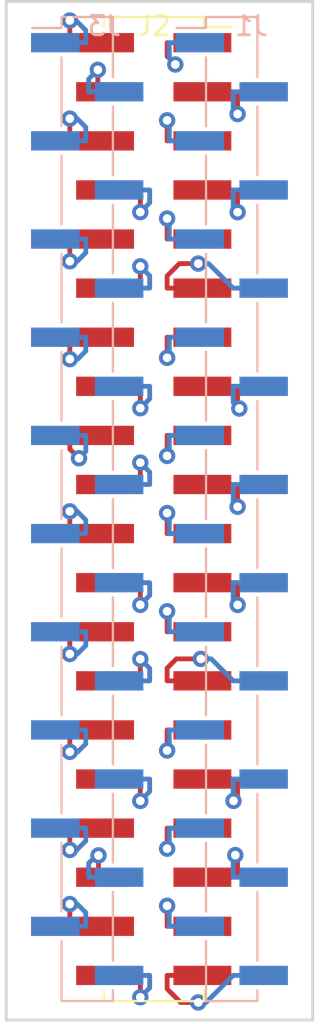
<source format=kicad_pcb>
(kicad_pcb (version 4) (host pcbnew 4.0.7-e2-6376~58~ubuntu16.04.1)

  (general
    (links 40)
    (no_connects 0)
    (area 150.732618 78.664999 168.037382 131.8854)
    (thickness 1.6)
    (drawings 4)
    (tracks 262)
    (zones 0)
    (modules 3)
    (nets 41)
  )

  (page A4)
  (layers
    (0 F.Cu signal)
    (31 B.Cu signal)
    (32 B.Adhes user)
    (33 F.Adhes user)
    (34 B.Paste user)
    (35 F.Paste user)
    (36 B.SilkS user)
    (37 F.SilkS user)
    (38 B.Mask user)
    (39 F.Mask user)
    (40 Dwgs.User user)
    (41 Cmts.User user)
    (42 Eco1.User user)
    (43 Eco2.User user)
    (44 Edge.Cuts user)
    (45 Margin user)
    (46 B.CrtYd user)
    (47 F.CrtYd user)
    (48 B.Fab user)
    (49 F.Fab user)
  )

  (setup
    (last_trace_width 0.25)
    (trace_clearance 0.2)
    (zone_clearance 0.508)
    (zone_45_only no)
    (trace_min 0.2)
    (segment_width 0.2)
    (edge_width 0.15)
    (via_size 0.85)
    (via_drill 0.45)
    (via_min_size 0.4)
    (via_min_drill 0.3)
    (uvia_size 0.3)
    (uvia_drill 0.1)
    (uvias_allowed no)
    (uvia_min_size 0.2)
    (uvia_min_drill 0.1)
    (pcb_text_width 0.3)
    (pcb_text_size 1.5 1.5)
    (mod_edge_width 0.15)
    (mod_text_size 1 1)
    (mod_text_width 0.15)
    (pad_size 1.524 1.524)
    (pad_drill 0.762)
    (pad_to_mask_clearance 0.2)
    (aux_axis_origin 0 0)
    (visible_elements FFFFFF7F)
    (pcbplotparams
      (layerselection 0x010f0_80000001)
      (usegerberextensions true)
      (excludeedgelayer true)
      (linewidth 0.100000)
      (plotframeref false)
      (viasonmask false)
      (mode 1)
      (useauxorigin false)
      (hpglpennumber 1)
      (hpglpenspeed 20)
      (hpglpendiameter 15)
      (hpglpenoverlay 2)
      (psnegative false)
      (psa4output false)
      (plotreference true)
      (plotvalue true)
      (plotinvisibletext false)
      (padsonsilk false)
      (subtractmaskfromsilk false)
      (outputformat 1)
      (mirror false)
      (drillshape 0)
      (scaleselection 1)
      (outputdirectory r_02x20_2.54_gerber/))
  )

  (net 0 "")
  (net 1 "Net-(J1-Pad2)")
  (net 2 "Net-(J1-Pad4)")
  (net 3 "Net-(J1-Pad6)")
  (net 4 "Net-(J1-Pad8)")
  (net 5 "Net-(J1-Pad10)")
  (net 6 "Net-(J1-Pad12)")
  (net 7 "Net-(J1-Pad14)")
  (net 8 "Net-(J1-Pad16)")
  (net 9 "Net-(J1-Pad18)")
  (net 10 "Net-(J1-Pad20)")
  (net 11 "Net-(J1-Pad1)")
  (net 12 "Net-(J1-Pad3)")
  (net 13 "Net-(J1-Pad5)")
  (net 14 "Net-(J1-Pad7)")
  (net 15 "Net-(J1-Pad9)")
  (net 16 "Net-(J1-Pad11)")
  (net 17 "Net-(J1-Pad13)")
  (net 18 "Net-(J1-Pad15)")
  (net 19 "Net-(J1-Pad17)")
  (net 20 "Net-(J1-Pad19)")
  (net 21 "Net-(J2-Pad2)")
  (net 22 "Net-(J2-Pad4)")
  (net 23 "Net-(J2-Pad6)")
  (net 24 "Net-(J2-Pad8)")
  (net 25 "Net-(J2-Pad10)")
  (net 26 "Net-(J2-Pad12)")
  (net 27 "Net-(J2-Pad14)")
  (net 28 "Net-(J2-Pad16)")
  (net 29 "Net-(J2-Pad18)")
  (net 30 "Net-(J2-Pad20)")
  (net 31 "Net-(J2-Pad22)")
  (net 32 "Net-(J2-Pad24)")
  (net 33 "Net-(J2-Pad26)")
  (net 34 "Net-(J2-Pad28)")
  (net 35 "Net-(J2-Pad30)")
  (net 36 "Net-(J2-Pad32)")
  (net 37 "Net-(J2-Pad34)")
  (net 38 "Net-(J2-Pad36)")
  (net 39 "Net-(J2-Pad38)")
  (net 40 "Net-(J2-Pad40)")

  (net_class Default "This is the default net class."
    (clearance 0.2)
    (trace_width 0.25)
    (via_dia 0.85)
    (via_drill 0.45)
    (uvia_dia 0.3)
    (uvia_drill 0.1)
    (add_net "Net-(J1-Pad1)")
    (add_net "Net-(J1-Pad10)")
    (add_net "Net-(J1-Pad11)")
    (add_net "Net-(J1-Pad12)")
    (add_net "Net-(J1-Pad13)")
    (add_net "Net-(J1-Pad14)")
    (add_net "Net-(J1-Pad15)")
    (add_net "Net-(J1-Pad16)")
    (add_net "Net-(J1-Pad17)")
    (add_net "Net-(J1-Pad18)")
    (add_net "Net-(J1-Pad19)")
    (add_net "Net-(J1-Pad2)")
    (add_net "Net-(J1-Pad20)")
    (add_net "Net-(J1-Pad3)")
    (add_net "Net-(J1-Pad4)")
    (add_net "Net-(J1-Pad5)")
    (add_net "Net-(J1-Pad6)")
    (add_net "Net-(J1-Pad7)")
    (add_net "Net-(J1-Pad8)")
    (add_net "Net-(J1-Pad9)")
    (add_net "Net-(J2-Pad10)")
    (add_net "Net-(J2-Pad12)")
    (add_net "Net-(J2-Pad14)")
    (add_net "Net-(J2-Pad16)")
    (add_net "Net-(J2-Pad18)")
    (add_net "Net-(J2-Pad2)")
    (add_net "Net-(J2-Pad20)")
    (add_net "Net-(J2-Pad22)")
    (add_net "Net-(J2-Pad24)")
    (add_net "Net-(J2-Pad26)")
    (add_net "Net-(J2-Pad28)")
    (add_net "Net-(J2-Pad30)")
    (add_net "Net-(J2-Pad32)")
    (add_net "Net-(J2-Pad34)")
    (add_net "Net-(J2-Pad36)")
    (add_net "Net-(J2-Pad38)")
    (add_net "Net-(J2-Pad4)")
    (add_net "Net-(J2-Pad40)")
    (add_net "Net-(J2-Pad6)")
    (add_net "Net-(J2-Pad8)")
  )

  (module Pin_Headers:Pin_Header_Straight_1x20_Pitch2.54mm_SMD_Pin1Right (layer B.Cu) (tedit 59650532) (tstamp 5A4D5D4A)
    (at 162.81 105.004 180)
    (descr "surface-mounted straight pin header, 1x20, 2.54mm pitch, single row, style 2 (pin 1 right)")
    (tags "Surface mounted pin header SMD 1x20 2.54mm single row style2 pin1 right")
    (path /5A4D061C)
    (attr smd)
    (fp_text reference J1 (at -1.02 24.9936 180) (layer B.SilkS)
      (effects (font (size 1 1) (thickness 0.15)) (justify mirror))
    )
    (fp_text value Conn_01x20_Odd (at -3.56 0.2286 270) (layer B.Fab)
      (effects (font (size 1 1) (thickness 0.15)) (justify mirror))
    )
    (fp_line (start 1.27 -25.4) (end -1.27 -25.4) (layer B.Fab) (width 0.1))
    (fp_line (start -1.27 25.4) (end 0.32 25.4) (layer B.Fab) (width 0.1))
    (fp_line (start 1.27 -25.4) (end 1.27 24.45) (layer B.Fab) (width 0.1))
    (fp_line (start 1.27 24.45) (end 0.32 25.4) (layer B.Fab) (width 0.1))
    (fp_line (start -1.27 25.4) (end -1.27 -25.4) (layer B.Fab) (width 0.1))
    (fp_line (start -1.27 21.91) (end -2.54 21.91) (layer B.Fab) (width 0.1))
    (fp_line (start -2.54 21.91) (end -2.54 21.27) (layer B.Fab) (width 0.1))
    (fp_line (start -2.54 21.27) (end -1.27 21.27) (layer B.Fab) (width 0.1))
    (fp_line (start -1.27 16.83) (end -2.54 16.83) (layer B.Fab) (width 0.1))
    (fp_line (start -2.54 16.83) (end -2.54 16.19) (layer B.Fab) (width 0.1))
    (fp_line (start -2.54 16.19) (end -1.27 16.19) (layer B.Fab) (width 0.1))
    (fp_line (start -1.27 11.75) (end -2.54 11.75) (layer B.Fab) (width 0.1))
    (fp_line (start -2.54 11.75) (end -2.54 11.11) (layer B.Fab) (width 0.1))
    (fp_line (start -2.54 11.11) (end -1.27 11.11) (layer B.Fab) (width 0.1))
    (fp_line (start -1.27 6.67) (end -2.54 6.67) (layer B.Fab) (width 0.1))
    (fp_line (start -2.54 6.67) (end -2.54 6.03) (layer B.Fab) (width 0.1))
    (fp_line (start -2.54 6.03) (end -1.27 6.03) (layer B.Fab) (width 0.1))
    (fp_line (start -1.27 1.59) (end -2.54 1.59) (layer B.Fab) (width 0.1))
    (fp_line (start -2.54 1.59) (end -2.54 0.95) (layer B.Fab) (width 0.1))
    (fp_line (start -2.54 0.95) (end -1.27 0.95) (layer B.Fab) (width 0.1))
    (fp_line (start -1.27 -3.49) (end -2.54 -3.49) (layer B.Fab) (width 0.1))
    (fp_line (start -2.54 -3.49) (end -2.54 -4.13) (layer B.Fab) (width 0.1))
    (fp_line (start -2.54 -4.13) (end -1.27 -4.13) (layer B.Fab) (width 0.1))
    (fp_line (start -1.27 -8.57) (end -2.54 -8.57) (layer B.Fab) (width 0.1))
    (fp_line (start -2.54 -8.57) (end -2.54 -9.21) (layer B.Fab) (width 0.1))
    (fp_line (start -2.54 -9.21) (end -1.27 -9.21) (layer B.Fab) (width 0.1))
    (fp_line (start -1.27 -13.65) (end -2.54 -13.65) (layer B.Fab) (width 0.1))
    (fp_line (start -2.54 -13.65) (end -2.54 -14.29) (layer B.Fab) (width 0.1))
    (fp_line (start -2.54 -14.29) (end -1.27 -14.29) (layer B.Fab) (width 0.1))
    (fp_line (start -1.27 -18.73) (end -2.54 -18.73) (layer B.Fab) (width 0.1))
    (fp_line (start -2.54 -18.73) (end -2.54 -19.37) (layer B.Fab) (width 0.1))
    (fp_line (start -2.54 -19.37) (end -1.27 -19.37) (layer B.Fab) (width 0.1))
    (fp_line (start -1.27 -23.81) (end -2.54 -23.81) (layer B.Fab) (width 0.1))
    (fp_line (start -2.54 -23.81) (end -2.54 -24.45) (layer B.Fab) (width 0.1))
    (fp_line (start -2.54 -24.45) (end -1.27 -24.45) (layer B.Fab) (width 0.1))
    (fp_line (start 1.27 24.45) (end 2.54 24.45) (layer B.Fab) (width 0.1))
    (fp_line (start 2.54 24.45) (end 2.54 23.81) (layer B.Fab) (width 0.1))
    (fp_line (start 2.54 23.81) (end 1.27 23.81) (layer B.Fab) (width 0.1))
    (fp_line (start 1.27 19.37) (end 2.54 19.37) (layer B.Fab) (width 0.1))
    (fp_line (start 2.54 19.37) (end 2.54 18.73) (layer B.Fab) (width 0.1))
    (fp_line (start 2.54 18.73) (end 1.27 18.73) (layer B.Fab) (width 0.1))
    (fp_line (start 1.27 14.29) (end 2.54 14.29) (layer B.Fab) (width 0.1))
    (fp_line (start 2.54 14.29) (end 2.54 13.65) (layer B.Fab) (width 0.1))
    (fp_line (start 2.54 13.65) (end 1.27 13.65) (layer B.Fab) (width 0.1))
    (fp_line (start 1.27 9.21) (end 2.54 9.21) (layer B.Fab) (width 0.1))
    (fp_line (start 2.54 9.21) (end 2.54 8.57) (layer B.Fab) (width 0.1))
    (fp_line (start 2.54 8.57) (end 1.27 8.57) (layer B.Fab) (width 0.1))
    (fp_line (start 1.27 4.13) (end 2.54 4.13) (layer B.Fab) (width 0.1))
    (fp_line (start 2.54 4.13) (end 2.54 3.49) (layer B.Fab) (width 0.1))
    (fp_line (start 2.54 3.49) (end 1.27 3.49) (layer B.Fab) (width 0.1))
    (fp_line (start 1.27 -0.95) (end 2.54 -0.95) (layer B.Fab) (width 0.1))
    (fp_line (start 2.54 -0.95) (end 2.54 -1.59) (layer B.Fab) (width 0.1))
    (fp_line (start 2.54 -1.59) (end 1.27 -1.59) (layer B.Fab) (width 0.1))
    (fp_line (start 1.27 -6.03) (end 2.54 -6.03) (layer B.Fab) (width 0.1))
    (fp_line (start 2.54 -6.03) (end 2.54 -6.67) (layer B.Fab) (width 0.1))
    (fp_line (start 2.54 -6.67) (end 1.27 -6.67) (layer B.Fab) (width 0.1))
    (fp_line (start 1.27 -11.11) (end 2.54 -11.11) (layer B.Fab) (width 0.1))
    (fp_line (start 2.54 -11.11) (end 2.54 -11.75) (layer B.Fab) (width 0.1))
    (fp_line (start 2.54 -11.75) (end 1.27 -11.75) (layer B.Fab) (width 0.1))
    (fp_line (start 1.27 -16.19) (end 2.54 -16.19) (layer B.Fab) (width 0.1))
    (fp_line (start 2.54 -16.19) (end 2.54 -16.83) (layer B.Fab) (width 0.1))
    (fp_line (start 2.54 -16.83) (end 1.27 -16.83) (layer B.Fab) (width 0.1))
    (fp_line (start 1.27 -21.27) (end 2.54 -21.27) (layer B.Fab) (width 0.1))
    (fp_line (start 2.54 -21.27) (end 2.54 -21.91) (layer B.Fab) (width 0.1))
    (fp_line (start 2.54 -21.91) (end 1.27 -21.91) (layer B.Fab) (width 0.1))
    (fp_line (start -1.33 25.46) (end 1.33 25.46) (layer B.SilkS) (width 0.12))
    (fp_line (start -1.33 -25.46) (end 1.33 -25.46) (layer B.SilkS) (width 0.12))
    (fp_line (start 1.33 23.37) (end 1.33 19.81) (layer B.SilkS) (width 0.12))
    (fp_line (start 1.33 18.29) (end 1.33 14.73) (layer B.SilkS) (width 0.12))
    (fp_line (start 1.33 13.21) (end 1.33 9.65) (layer B.SilkS) (width 0.12))
    (fp_line (start 1.33 8.13) (end 1.33 4.57) (layer B.SilkS) (width 0.12))
    (fp_line (start 1.33 3.05) (end 1.33 -0.51) (layer B.SilkS) (width 0.12))
    (fp_line (start 1.33 -2.03) (end 1.33 -5.59) (layer B.SilkS) (width 0.12))
    (fp_line (start 1.33 -7.11) (end 1.33 -10.67) (layer B.SilkS) (width 0.12))
    (fp_line (start 1.33 -12.19) (end 1.33 -15.75) (layer B.SilkS) (width 0.12))
    (fp_line (start 1.33 -17.27) (end 1.33 -20.83) (layer B.SilkS) (width 0.12))
    (fp_line (start 1.33 -22.35) (end 1.33 -25.46) (layer B.SilkS) (width 0.12))
    (fp_line (start -1.33 25.46) (end -1.33 22.35) (layer B.SilkS) (width 0.12))
    (fp_line (start 1.33 24.89) (end 2.85 24.89) (layer B.SilkS) (width 0.12))
    (fp_line (start 1.33 25.46) (end 1.33 24.89) (layer B.SilkS) (width 0.12))
    (fp_line (start -1.33 -24.89) (end -1.33 -25.46) (layer B.SilkS) (width 0.12))
    (fp_line (start -1.33 20.83) (end -1.33 17.27) (layer B.SilkS) (width 0.12))
    (fp_line (start -1.33 15.75) (end -1.33 12.19) (layer B.SilkS) (width 0.12))
    (fp_line (start -1.33 10.67) (end -1.33 7.11) (layer B.SilkS) (width 0.12))
    (fp_line (start -1.33 5.59) (end -1.33 2.03) (layer B.SilkS) (width 0.12))
    (fp_line (start -1.33 0.51) (end -1.33 -3.05) (layer B.SilkS) (width 0.12))
    (fp_line (start -1.33 -4.57) (end -1.33 -8.13) (layer B.SilkS) (width 0.12))
    (fp_line (start -1.33 -9.65) (end -1.33 -13.21) (layer B.SilkS) (width 0.12))
    (fp_line (start -1.33 -14.73) (end -1.33 -18.29) (layer B.SilkS) (width 0.12))
    (fp_line (start -1.33 -19.81) (end -1.33 -23.37) (layer B.SilkS) (width 0.12))
    (fp_line (start -3.45 25.9) (end -3.45 -25.9) (layer B.CrtYd) (width 0.05))
    (fp_line (start -3.45 -25.9) (end 3.45 -25.9) (layer B.CrtYd) (width 0.05))
    (fp_line (start 3.45 -25.9) (end 3.45 25.9) (layer B.CrtYd) (width 0.05))
    (fp_line (start 3.45 25.9) (end -3.45 25.9) (layer B.CrtYd) (width 0.05))
    (fp_text user %R (at 0 0 450) (layer B.Fab)
      (effects (font (size 1 1) (thickness 0.15)) (justify mirror))
    )
    (pad 2 smd rect (at -1.655 21.59 180) (size 2.51 1) (layers B.Cu B.Paste B.Mask)
      (net 1 "Net-(J1-Pad2)"))
    (pad 4 smd rect (at -1.655 16.51 180) (size 2.51 1) (layers B.Cu B.Paste B.Mask)
      (net 2 "Net-(J1-Pad4)"))
    (pad 6 smd rect (at -1.655 11.43 180) (size 2.51 1) (layers B.Cu B.Paste B.Mask)
      (net 3 "Net-(J1-Pad6)"))
    (pad 8 smd rect (at -1.655 6.35 180) (size 2.51 1) (layers B.Cu B.Paste B.Mask)
      (net 4 "Net-(J1-Pad8)"))
    (pad 10 smd rect (at -1.655 1.27 180) (size 2.51 1) (layers B.Cu B.Paste B.Mask)
      (net 5 "Net-(J1-Pad10)"))
    (pad 12 smd rect (at -1.655 -3.81 180) (size 2.51 1) (layers B.Cu B.Paste B.Mask)
      (net 6 "Net-(J1-Pad12)"))
    (pad 14 smd rect (at -1.655 -8.89 180) (size 2.51 1) (layers B.Cu B.Paste B.Mask)
      (net 7 "Net-(J1-Pad14)"))
    (pad 16 smd rect (at -1.655 -13.97 180) (size 2.51 1) (layers B.Cu B.Paste B.Mask)
      (net 8 "Net-(J1-Pad16)"))
    (pad 18 smd rect (at -1.655 -19.05 180) (size 2.51 1) (layers B.Cu B.Paste B.Mask)
      (net 9 "Net-(J1-Pad18)"))
    (pad 20 smd rect (at -1.655 -24.13 180) (size 2.51 1) (layers B.Cu B.Paste B.Mask)
      (net 10 "Net-(J1-Pad20)"))
    (pad 1 smd rect (at 1.655 24.13 180) (size 2.51 1) (layers B.Cu B.Paste B.Mask)
      (net 11 "Net-(J1-Pad1)"))
    (pad 3 smd rect (at 1.655 19.05 180) (size 2.51 1) (layers B.Cu B.Paste B.Mask)
      (net 12 "Net-(J1-Pad3)"))
    (pad 5 smd rect (at 1.655 13.97 180) (size 2.51 1) (layers B.Cu B.Paste B.Mask)
      (net 13 "Net-(J1-Pad5)"))
    (pad 7 smd rect (at 1.655 8.89 180) (size 2.51 1) (layers B.Cu B.Paste B.Mask)
      (net 14 "Net-(J1-Pad7)"))
    (pad 9 smd rect (at 1.655 3.81 180) (size 2.51 1) (layers B.Cu B.Paste B.Mask)
      (net 15 "Net-(J1-Pad9)"))
    (pad 11 smd rect (at 1.655 -1.27 180) (size 2.51 1) (layers B.Cu B.Paste B.Mask)
      (net 16 "Net-(J1-Pad11)"))
    (pad 13 smd rect (at 1.655 -6.35 180) (size 2.51 1) (layers B.Cu B.Paste B.Mask)
      (net 17 "Net-(J1-Pad13)"))
    (pad 15 smd rect (at 1.655 -11.43 180) (size 2.51 1) (layers B.Cu B.Paste B.Mask)
      (net 18 "Net-(J1-Pad15)"))
    (pad 17 smd rect (at 1.655 -16.51 180) (size 2.51 1) (layers B.Cu B.Paste B.Mask)
      (net 19 "Net-(J1-Pad17)"))
    (pad 19 smd rect (at 1.655 -21.59 180) (size 2.51 1) (layers B.Cu B.Paste B.Mask)
      (net 20 "Net-(J1-Pad19)"))
    (model ${KISYS3DMOD}/Pin_Headers.3dshapes/Pin_Header_Straight_1x20_Pitch2.54mm_SMD_Pin1Right.wrl
      (at (xyz 0 0 0))
      (scale (xyz 1 1 1))
      (rotate (xyz 0 0 0))
    )
  )

  (module Socket_Strips:Socket_Strip_Straight_2x20_Pitch2.54mm_SMD (layer F.Cu) (tedit 5A4D5E41) (tstamp 5A4D5D76)
    (at 158.77 105.004)
    (descr "surface-mounted straight socket strip, 2x20, 2.54mm pitch, double rows")
    (tags "Surface mounted socket strip SMD 2x20 2.54mm double row")
    (path /5A4D054F)
    (attr smd)
    (fp_text reference J2 (at 0 -24.9936) (layer F.SilkS)
      (effects (font (size 1 1) (thickness 0.15)))
    )
    (fp_text value Conn_02x20_Odd_Even (at 0.615 25.8064) (layer F.Fab)
      (effects (font (size 1 1) (thickness 0.15)))
    )
    (fp_line (start -2.54 -25.4) (end -2.54 25.4) (layer F.Fab) (width 0.1))
    (fp_line (start -2.54 25.4) (end 2.54 25.4) (layer F.Fab) (width 0.1))
    (fp_line (start 2.54 25.4) (end 2.54 -25.4) (layer F.Fab) (width 0.1))
    (fp_line (start 2.54 -25.4) (end -2.54 -25.4) (layer F.Fab) (width 0.1))
    (fp_line (start -2.54 -24.45) (end -2.54 -23.81) (layer F.Fab) (width 0.1))
    (fp_line (start -2.54 -23.81) (end -3.92 -23.81) (layer F.Fab) (width 0.1))
    (fp_line (start -3.92 -23.81) (end -3.92 -24.45) (layer F.Fab) (width 0.1))
    (fp_line (start -3.92 -24.45) (end -2.54 -24.45) (layer F.Fab) (width 0.1))
    (fp_line (start 2.54 -24.45) (end 2.54 -23.81) (layer F.Fab) (width 0.1))
    (fp_line (start 2.54 -23.81) (end 3.92 -23.81) (layer F.Fab) (width 0.1))
    (fp_line (start 3.92 -23.81) (end 3.92 -24.45) (layer F.Fab) (width 0.1))
    (fp_line (start 3.92 -24.45) (end 2.54 -24.45) (layer F.Fab) (width 0.1))
    (fp_line (start -2.54 -21.91) (end -2.54 -21.27) (layer F.Fab) (width 0.1))
    (fp_line (start -2.54 -21.27) (end -3.92 -21.27) (layer F.Fab) (width 0.1))
    (fp_line (start -3.92 -21.27) (end -3.92 -21.91) (layer F.Fab) (width 0.1))
    (fp_line (start -3.92 -21.91) (end -2.54 -21.91) (layer F.Fab) (width 0.1))
    (fp_line (start 2.54 -21.91) (end 2.54 -21.27) (layer F.Fab) (width 0.1))
    (fp_line (start 2.54 -21.27) (end 3.92 -21.27) (layer F.Fab) (width 0.1))
    (fp_line (start 3.92 -21.27) (end 3.92 -21.91) (layer F.Fab) (width 0.1))
    (fp_line (start 3.92 -21.91) (end 2.54 -21.91) (layer F.Fab) (width 0.1))
    (fp_line (start -2.54 -19.37) (end -2.54 -18.73) (layer F.Fab) (width 0.1))
    (fp_line (start -2.54 -18.73) (end -3.92 -18.73) (layer F.Fab) (width 0.1))
    (fp_line (start -3.92 -18.73) (end -3.92 -19.37) (layer F.Fab) (width 0.1))
    (fp_line (start -3.92 -19.37) (end -2.54 -19.37) (layer F.Fab) (width 0.1))
    (fp_line (start 2.54 -19.37) (end 2.54 -18.73) (layer F.Fab) (width 0.1))
    (fp_line (start 2.54 -18.73) (end 3.92 -18.73) (layer F.Fab) (width 0.1))
    (fp_line (start 3.92 -18.73) (end 3.92 -19.37) (layer F.Fab) (width 0.1))
    (fp_line (start 3.92 -19.37) (end 2.54 -19.37) (layer F.Fab) (width 0.1))
    (fp_line (start -2.54 -16.83) (end -2.54 -16.19) (layer F.Fab) (width 0.1))
    (fp_line (start -2.54 -16.19) (end -3.92 -16.19) (layer F.Fab) (width 0.1))
    (fp_line (start -3.92 -16.19) (end -3.92 -16.83) (layer F.Fab) (width 0.1))
    (fp_line (start -3.92 -16.83) (end -2.54 -16.83) (layer F.Fab) (width 0.1))
    (fp_line (start 2.54 -16.83) (end 2.54 -16.19) (layer F.Fab) (width 0.1))
    (fp_line (start 2.54 -16.19) (end 3.92 -16.19) (layer F.Fab) (width 0.1))
    (fp_line (start 3.92 -16.19) (end 3.92 -16.83) (layer F.Fab) (width 0.1))
    (fp_line (start 3.92 -16.83) (end 2.54 -16.83) (layer F.Fab) (width 0.1))
    (fp_line (start -2.54 -14.29) (end -2.54 -13.65) (layer F.Fab) (width 0.1))
    (fp_line (start -2.54 -13.65) (end -3.92 -13.65) (layer F.Fab) (width 0.1))
    (fp_line (start -3.92 -13.65) (end -3.92 -14.29) (layer F.Fab) (width 0.1))
    (fp_line (start -3.92 -14.29) (end -2.54 -14.29) (layer F.Fab) (width 0.1))
    (fp_line (start 2.54 -14.29) (end 2.54 -13.65) (layer F.Fab) (width 0.1))
    (fp_line (start 2.54 -13.65) (end 3.92 -13.65) (layer F.Fab) (width 0.1))
    (fp_line (start 3.92 -13.65) (end 3.92 -14.29) (layer F.Fab) (width 0.1))
    (fp_line (start 3.92 -14.29) (end 2.54 -14.29) (layer F.Fab) (width 0.1))
    (fp_line (start -2.54 -11.75) (end -2.54 -11.11) (layer F.Fab) (width 0.1))
    (fp_line (start -2.54 -11.11) (end -3.92 -11.11) (layer F.Fab) (width 0.1))
    (fp_line (start -3.92 -11.11) (end -3.92 -11.75) (layer F.Fab) (width 0.1))
    (fp_line (start -3.92 -11.75) (end -2.54 -11.75) (layer F.Fab) (width 0.1))
    (fp_line (start 2.54 -11.75) (end 2.54 -11.11) (layer F.Fab) (width 0.1))
    (fp_line (start 2.54 -11.11) (end 3.92 -11.11) (layer F.Fab) (width 0.1))
    (fp_line (start 3.92 -11.11) (end 3.92 -11.75) (layer F.Fab) (width 0.1))
    (fp_line (start 3.92 -11.75) (end 2.54 -11.75) (layer F.Fab) (width 0.1))
    (fp_line (start -2.54 -9.21) (end -2.54 -8.57) (layer F.Fab) (width 0.1))
    (fp_line (start -2.54 -8.57) (end -3.92 -8.57) (layer F.Fab) (width 0.1))
    (fp_line (start -3.92 -8.57) (end -3.92 -9.21) (layer F.Fab) (width 0.1))
    (fp_line (start -3.92 -9.21) (end -2.54 -9.21) (layer F.Fab) (width 0.1))
    (fp_line (start 2.54 -9.21) (end 2.54 -8.57) (layer F.Fab) (width 0.1))
    (fp_line (start 2.54 -8.57) (end 3.92 -8.57) (layer F.Fab) (width 0.1))
    (fp_line (start 3.92 -8.57) (end 3.92 -9.21) (layer F.Fab) (width 0.1))
    (fp_line (start 3.92 -9.21) (end 2.54 -9.21) (layer F.Fab) (width 0.1))
    (fp_line (start -2.54 -6.67) (end -2.54 -6.03) (layer F.Fab) (width 0.1))
    (fp_line (start -2.54 -6.03) (end -3.92 -6.03) (layer F.Fab) (width 0.1))
    (fp_line (start -3.92 -6.03) (end -3.92 -6.67) (layer F.Fab) (width 0.1))
    (fp_line (start -3.92 -6.67) (end -2.54 -6.67) (layer F.Fab) (width 0.1))
    (fp_line (start 2.54 -6.67) (end 2.54 -6.03) (layer F.Fab) (width 0.1))
    (fp_line (start 2.54 -6.03) (end 3.92 -6.03) (layer F.Fab) (width 0.1))
    (fp_line (start 3.92 -6.03) (end 3.92 -6.67) (layer F.Fab) (width 0.1))
    (fp_line (start 3.92 -6.67) (end 2.54 -6.67) (layer F.Fab) (width 0.1))
    (fp_line (start -2.54 -4.13) (end -2.54 -3.49) (layer F.Fab) (width 0.1))
    (fp_line (start -2.54 -3.49) (end -3.92 -3.49) (layer F.Fab) (width 0.1))
    (fp_line (start -3.92 -3.49) (end -3.92 -4.13) (layer F.Fab) (width 0.1))
    (fp_line (start -3.92 -4.13) (end -2.54 -4.13) (layer F.Fab) (width 0.1))
    (fp_line (start 2.54 -4.13) (end 2.54 -3.49) (layer F.Fab) (width 0.1))
    (fp_line (start 2.54 -3.49) (end 3.92 -3.49) (layer F.Fab) (width 0.1))
    (fp_line (start 3.92 -3.49) (end 3.92 -4.13) (layer F.Fab) (width 0.1))
    (fp_line (start 3.92 -4.13) (end 2.54 -4.13) (layer F.Fab) (width 0.1))
    (fp_line (start -2.54 -1.59) (end -2.54 -0.95) (layer F.Fab) (width 0.1))
    (fp_line (start -2.54 -0.95) (end -3.92 -0.95) (layer F.Fab) (width 0.1))
    (fp_line (start -3.92 -0.95) (end -3.92 -1.59) (layer F.Fab) (width 0.1))
    (fp_line (start -3.92 -1.59) (end -2.54 -1.59) (layer F.Fab) (width 0.1))
    (fp_line (start 2.54 -1.59) (end 2.54 -0.95) (layer F.Fab) (width 0.1))
    (fp_line (start 2.54 -0.95) (end 3.92 -0.95) (layer F.Fab) (width 0.1))
    (fp_line (start 3.92 -0.95) (end 3.92 -1.59) (layer F.Fab) (width 0.1))
    (fp_line (start 3.92 -1.59) (end 2.54 -1.59) (layer F.Fab) (width 0.1))
    (fp_line (start -2.54 0.95) (end -2.54 1.59) (layer F.Fab) (width 0.1))
    (fp_line (start -2.54 1.59) (end -3.92 1.59) (layer F.Fab) (width 0.1))
    (fp_line (start -3.92 1.59) (end -3.92 0.95) (layer F.Fab) (width 0.1))
    (fp_line (start -3.92 0.95) (end -2.54 0.95) (layer F.Fab) (width 0.1))
    (fp_line (start 2.54 0.95) (end 2.54 1.59) (layer F.Fab) (width 0.1))
    (fp_line (start 2.54 1.59) (end 3.92 1.59) (layer F.Fab) (width 0.1))
    (fp_line (start 3.92 1.59) (end 3.92 0.95) (layer F.Fab) (width 0.1))
    (fp_line (start 3.92 0.95) (end 2.54 0.95) (layer F.Fab) (width 0.1))
    (fp_line (start -2.54 3.49) (end -2.54 4.13) (layer F.Fab) (width 0.1))
    (fp_line (start -2.54 4.13) (end -3.92 4.13) (layer F.Fab) (width 0.1))
    (fp_line (start -3.92 4.13) (end -3.92 3.49) (layer F.Fab) (width 0.1))
    (fp_line (start -3.92 3.49) (end -2.54 3.49) (layer F.Fab) (width 0.1))
    (fp_line (start 2.54 3.49) (end 2.54 4.13) (layer F.Fab) (width 0.1))
    (fp_line (start 2.54 4.13) (end 3.92 4.13) (layer F.Fab) (width 0.1))
    (fp_line (start 3.92 4.13) (end 3.92 3.49) (layer F.Fab) (width 0.1))
    (fp_line (start 3.92 3.49) (end 2.54 3.49) (layer F.Fab) (width 0.1))
    (fp_line (start -2.54 6.03) (end -2.54 6.67) (layer F.Fab) (width 0.1))
    (fp_line (start -2.54 6.67) (end -3.92 6.67) (layer F.Fab) (width 0.1))
    (fp_line (start -3.92 6.67) (end -3.92 6.03) (layer F.Fab) (width 0.1))
    (fp_line (start -3.92 6.03) (end -2.54 6.03) (layer F.Fab) (width 0.1))
    (fp_line (start 2.54 6.03) (end 2.54 6.67) (layer F.Fab) (width 0.1))
    (fp_line (start 2.54 6.67) (end 3.92 6.67) (layer F.Fab) (width 0.1))
    (fp_line (start 3.92 6.67) (end 3.92 6.03) (layer F.Fab) (width 0.1))
    (fp_line (start 3.92 6.03) (end 2.54 6.03) (layer F.Fab) (width 0.1))
    (fp_line (start -2.54 8.57) (end -2.54 9.21) (layer F.Fab) (width 0.1))
    (fp_line (start -2.54 9.21) (end -3.92 9.21) (layer F.Fab) (width 0.1))
    (fp_line (start -3.92 9.21) (end -3.92 8.57) (layer F.Fab) (width 0.1))
    (fp_line (start -3.92 8.57) (end -2.54 8.57) (layer F.Fab) (width 0.1))
    (fp_line (start 2.54 8.57) (end 2.54 9.21) (layer F.Fab) (width 0.1))
    (fp_line (start 2.54 9.21) (end 3.92 9.21) (layer F.Fab) (width 0.1))
    (fp_line (start 3.92 9.21) (end 3.92 8.57) (layer F.Fab) (width 0.1))
    (fp_line (start 3.92 8.57) (end 2.54 8.57) (layer F.Fab) (width 0.1))
    (fp_line (start -2.54 11.11) (end -2.54 11.75) (layer F.Fab) (width 0.1))
    (fp_line (start -2.54 11.75) (end -3.92 11.75) (layer F.Fab) (width 0.1))
    (fp_line (start -3.92 11.75) (end -3.92 11.11) (layer F.Fab) (width 0.1))
    (fp_line (start -3.92 11.11) (end -2.54 11.11) (layer F.Fab) (width 0.1))
    (fp_line (start 2.54 11.11) (end 2.54 11.75) (layer F.Fab) (width 0.1))
    (fp_line (start 2.54 11.75) (end 3.92 11.75) (layer F.Fab) (width 0.1))
    (fp_line (start 3.92 11.75) (end 3.92 11.11) (layer F.Fab) (width 0.1))
    (fp_line (start 3.92 11.11) (end 2.54 11.11) (layer F.Fab) (width 0.1))
    (fp_line (start -2.54 13.65) (end -2.54 14.29) (layer F.Fab) (width 0.1))
    (fp_line (start -2.54 14.29) (end -3.92 14.29) (layer F.Fab) (width 0.1))
    (fp_line (start -3.92 14.29) (end -3.92 13.65) (layer F.Fab) (width 0.1))
    (fp_line (start -3.92 13.65) (end -2.54 13.65) (layer F.Fab) (width 0.1))
    (fp_line (start 2.54 13.65) (end 2.54 14.29) (layer F.Fab) (width 0.1))
    (fp_line (start 2.54 14.29) (end 3.92 14.29) (layer F.Fab) (width 0.1))
    (fp_line (start 3.92 14.29) (end 3.92 13.65) (layer F.Fab) (width 0.1))
    (fp_line (start 3.92 13.65) (end 2.54 13.65) (layer F.Fab) (width 0.1))
    (fp_line (start -2.54 16.19) (end -2.54 16.83) (layer F.Fab) (width 0.1))
    (fp_line (start -2.54 16.83) (end -3.92 16.83) (layer F.Fab) (width 0.1))
    (fp_line (start -3.92 16.83) (end -3.92 16.19) (layer F.Fab) (width 0.1))
    (fp_line (start -3.92 16.19) (end -2.54 16.19) (layer F.Fab) (width 0.1))
    (fp_line (start 2.54 16.19) (end 2.54 16.83) (layer F.Fab) (width 0.1))
    (fp_line (start 2.54 16.83) (end 3.92 16.83) (layer F.Fab) (width 0.1))
    (fp_line (start 3.92 16.83) (end 3.92 16.19) (layer F.Fab) (width 0.1))
    (fp_line (start 3.92 16.19) (end 2.54 16.19) (layer F.Fab) (width 0.1))
    (fp_line (start -2.54 18.73) (end -2.54 19.37) (layer F.Fab) (width 0.1))
    (fp_line (start -2.54 19.37) (end -3.92 19.37) (layer F.Fab) (width 0.1))
    (fp_line (start -3.92 19.37) (end -3.92 18.73) (layer F.Fab) (width 0.1))
    (fp_line (start -3.92 18.73) (end -2.54 18.73) (layer F.Fab) (width 0.1))
    (fp_line (start 2.54 18.73) (end 2.54 19.37) (layer F.Fab) (width 0.1))
    (fp_line (start 2.54 19.37) (end 3.92 19.37) (layer F.Fab) (width 0.1))
    (fp_line (start 3.92 19.37) (end 3.92 18.73) (layer F.Fab) (width 0.1))
    (fp_line (start 3.92 18.73) (end 2.54 18.73) (layer F.Fab) (width 0.1))
    (fp_line (start -2.54 21.27) (end -2.54 21.91) (layer F.Fab) (width 0.1))
    (fp_line (start -2.54 21.91) (end -3.92 21.91) (layer F.Fab) (width 0.1))
    (fp_line (start -3.92 21.91) (end -3.92 21.27) (layer F.Fab) (width 0.1))
    (fp_line (start -3.92 21.27) (end -2.54 21.27) (layer F.Fab) (width 0.1))
    (fp_line (start 2.54 21.27) (end 2.54 21.91) (layer F.Fab) (width 0.1))
    (fp_line (start 2.54 21.91) (end 3.92 21.91) (layer F.Fab) (width 0.1))
    (fp_line (start 3.92 21.91) (end 3.92 21.27) (layer F.Fab) (width 0.1))
    (fp_line (start 3.92 21.27) (end 2.54 21.27) (layer F.Fab) (width 0.1))
    (fp_line (start -2.54 23.81) (end -2.54 24.45) (layer F.Fab) (width 0.1))
    (fp_line (start -2.54 24.45) (end -3.92 24.45) (layer F.Fab) (width 0.1))
    (fp_line (start -3.92 24.45) (end -3.92 23.81) (layer F.Fab) (width 0.1))
    (fp_line (start -3.92 23.81) (end -2.54 23.81) (layer F.Fab) (width 0.1))
    (fp_line (start 2.54 23.81) (end 2.54 24.45) (layer F.Fab) (width 0.1))
    (fp_line (start 2.54 24.45) (end 3.92 24.45) (layer F.Fab) (width 0.1))
    (fp_line (start 3.92 24.45) (end 3.92 23.81) (layer F.Fab) (width 0.1))
    (fp_line (start 3.92 23.81) (end 2.54 23.81) (layer F.Fab) (width 0.1))
    (fp_line (start -2.6 -24.93) (end -2.6 -25.46) (layer F.SilkS) (width 0.12))
    (fp_line (start -2.6 -25.46) (end 2.6 -25.46) (layer F.SilkS) (width 0.12))
    (fp_line (start 2.6 -25.46) (end 2.6 -24.93) (layer F.SilkS) (width 0.12))
    (fp_line (start -2.6 24.93) (end -2.6 25.46) (layer F.SilkS) (width 0.12))
    (fp_line (start -2.6 25.46) (end 2.6 25.46) (layer F.SilkS) (width 0.12))
    (fp_line (start 2.6 25.46) (end 2.6 24.93) (layer F.SilkS) (width 0.12))
    (fp_line (start 4.02 -24.93) (end 2.6 -24.93) (layer F.SilkS) (width 0.12))
    (fp_line (start -4.55 -25.9) (end -4.55 25.9) (layer F.CrtYd) (width 0.05))
    (fp_line (start -4.55 25.9) (end 4.55 25.9) (layer F.CrtYd) (width 0.05))
    (fp_line (start 4.55 25.9) (end 4.55 -25.9) (layer F.CrtYd) (width 0.05))
    (fp_line (start 4.55 -25.9) (end -4.55 -25.9) (layer F.CrtYd) (width 0.05))
    (fp_text user %R (at 0 -24.9936) (layer F.Fab)
      (effects (font (size 1 1) (thickness 0.15)))
    )
    (pad 1 smd rect (at 2.52 -24.13) (size 3 1) (layers F.Cu F.Paste F.Mask)
      (net 11 "Net-(J1-Pad1)"))
    (pad 2 smd rect (at -2.52 -24.13) (size 3 1) (layers F.Cu F.Paste F.Mask)
      (net 21 "Net-(J2-Pad2)"))
    (pad 3 smd rect (at 2.52 -21.59) (size 3 1) (layers F.Cu F.Paste F.Mask)
      (net 1 "Net-(J1-Pad2)"))
    (pad 4 smd rect (at -2.52 -21.59) (size 3 1) (layers F.Cu F.Paste F.Mask)
      (net 22 "Net-(J2-Pad4)"))
    (pad 5 smd rect (at 2.52 -19.05) (size 3 1) (layers F.Cu F.Paste F.Mask)
      (net 12 "Net-(J1-Pad3)"))
    (pad 6 smd rect (at -2.52 -19.05) (size 3 1) (layers F.Cu F.Paste F.Mask)
      (net 23 "Net-(J2-Pad6)"))
    (pad 7 smd rect (at 2.52 -16.51) (size 3 1) (layers F.Cu F.Paste F.Mask)
      (net 2 "Net-(J1-Pad4)"))
    (pad 8 smd rect (at -2.52 -16.51) (size 3 1) (layers F.Cu F.Paste F.Mask)
      (net 24 "Net-(J2-Pad8)"))
    (pad 9 smd rect (at 2.52 -13.97) (size 3 1) (layers F.Cu F.Paste F.Mask)
      (net 13 "Net-(J1-Pad5)"))
    (pad 10 smd rect (at -2.52 -13.97) (size 3 1) (layers F.Cu F.Paste F.Mask)
      (net 25 "Net-(J2-Pad10)"))
    (pad 11 smd rect (at 2.52 -11.43) (size 3 1) (layers F.Cu F.Paste F.Mask)
      (net 3 "Net-(J1-Pad6)"))
    (pad 12 smd rect (at -2.52 -11.43) (size 3 1) (layers F.Cu F.Paste F.Mask)
      (net 26 "Net-(J2-Pad12)"))
    (pad 13 smd rect (at 2.52 -8.89) (size 3 1) (layers F.Cu F.Paste F.Mask)
      (net 14 "Net-(J1-Pad7)"))
    (pad 14 smd rect (at -2.52 -8.89) (size 3 1) (layers F.Cu F.Paste F.Mask)
      (net 27 "Net-(J2-Pad14)"))
    (pad 15 smd rect (at 2.52 -6.35) (size 3 1) (layers F.Cu F.Paste F.Mask)
      (net 4 "Net-(J1-Pad8)"))
    (pad 16 smd rect (at -2.52 -6.35) (size 3 1) (layers F.Cu F.Paste F.Mask)
      (net 28 "Net-(J2-Pad16)"))
    (pad 17 smd rect (at 2.52 -3.81) (size 3 1) (layers F.Cu F.Paste F.Mask)
      (net 15 "Net-(J1-Pad9)"))
    (pad 18 smd rect (at -2.52 -3.81) (size 3 1) (layers F.Cu F.Paste F.Mask)
      (net 29 "Net-(J2-Pad18)"))
    (pad 19 smd rect (at 2.52 -1.27) (size 3 1) (layers F.Cu F.Paste F.Mask)
      (net 5 "Net-(J1-Pad10)"))
    (pad 20 smd rect (at -2.52 -1.27) (size 3 1) (layers F.Cu F.Paste F.Mask)
      (net 30 "Net-(J2-Pad20)"))
    (pad 21 smd rect (at 2.52 1.27) (size 3 1) (layers F.Cu F.Paste F.Mask)
      (net 16 "Net-(J1-Pad11)"))
    (pad 22 smd rect (at -2.52 1.27) (size 3 1) (layers F.Cu F.Paste F.Mask)
      (net 31 "Net-(J2-Pad22)"))
    (pad 23 smd rect (at 2.52 3.81) (size 3 1) (layers F.Cu F.Paste F.Mask)
      (net 6 "Net-(J1-Pad12)"))
    (pad 24 smd rect (at -2.52 3.81) (size 3 1) (layers F.Cu F.Paste F.Mask)
      (net 32 "Net-(J2-Pad24)"))
    (pad 25 smd rect (at 2.52 6.35) (size 3 1) (layers F.Cu F.Paste F.Mask)
      (net 17 "Net-(J1-Pad13)"))
    (pad 26 smd rect (at -2.52 6.35) (size 3 1) (layers F.Cu F.Paste F.Mask)
      (net 33 "Net-(J2-Pad26)"))
    (pad 27 smd rect (at 2.52 8.89) (size 3 1) (layers F.Cu F.Paste F.Mask)
      (net 7 "Net-(J1-Pad14)"))
    (pad 28 smd rect (at -2.52 8.89) (size 3 1) (layers F.Cu F.Paste F.Mask)
      (net 34 "Net-(J2-Pad28)"))
    (pad 29 smd rect (at 2.52 11.43) (size 3 1) (layers F.Cu F.Paste F.Mask)
      (net 18 "Net-(J1-Pad15)"))
    (pad 30 smd rect (at -2.52 11.43) (size 3 1) (layers F.Cu F.Paste F.Mask)
      (net 35 "Net-(J2-Pad30)"))
    (pad 31 smd rect (at 2.52 13.97) (size 3 1) (layers F.Cu F.Paste F.Mask)
      (net 8 "Net-(J1-Pad16)"))
    (pad 32 smd rect (at -2.52 13.97) (size 3 1) (layers F.Cu F.Paste F.Mask)
      (net 36 "Net-(J2-Pad32)"))
    (pad 33 smd rect (at 2.52 16.51) (size 3 1) (layers F.Cu F.Paste F.Mask)
      (net 19 "Net-(J1-Pad17)"))
    (pad 34 smd rect (at -2.52 16.51) (size 3 1) (layers F.Cu F.Paste F.Mask)
      (net 37 "Net-(J2-Pad34)"))
    (pad 35 smd rect (at 2.52 19.05) (size 3 1) (layers F.Cu F.Paste F.Mask)
      (net 9 "Net-(J1-Pad18)"))
    (pad 36 smd rect (at -2.52 19.05) (size 3 1) (layers F.Cu F.Paste F.Mask)
      (net 38 "Net-(J2-Pad36)"))
    (pad 37 smd rect (at 2.52 21.59) (size 3 1) (layers F.Cu F.Paste F.Mask)
      (net 20 "Net-(J1-Pad19)"))
    (pad 38 smd rect (at -2.52 21.59) (size 3 1) (layers F.Cu F.Paste F.Mask)
      (net 39 "Net-(J2-Pad38)"))
    (pad 39 smd rect (at 2.52 24.13) (size 3 1) (layers F.Cu F.Paste F.Mask)
      (net 10 "Net-(J1-Pad20)"))
    (pad 40 smd rect (at -2.52 24.13) (size 3 1) (layers F.Cu F.Paste F.Mask)
      (net 40 "Net-(J2-Pad40)"))
    (model ${KISYS3DMOD}/Socket_Strips.3dshapes/Socket_Strip_Straight_2x20_Pitch2.54mm_SMD.wrl
      (at (xyz 0 0 0))
      (scale (xyz 1 1 1))
      (rotate (xyz 0 0 0))
    )
  )

  (module Pin_Headers:Pin_Header_Straight_1x20_Pitch2.54mm_SMD_Pin1Right (layer B.Cu) (tedit 59650532) (tstamp 5A4D5D8E)
    (at 155.325 105.004 180)
    (descr "surface-mounted straight pin header, 1x20, 2.54mm pitch, single row, style 2 (pin 1 right)")
    (tags "Surface mounted pin header SMD 1x20 2.54mm single row style2 pin1 right")
    (path /5A4D05AD)
    (attr smd)
    (fp_text reference J3 (at -0.885 24.9936 180) (layer B.SilkS)
      (effects (font (size 1 1) (thickness 0.15)) (justify mirror))
    )
    (fp_text value Conn_01x20_Even (at 3.56 -0.4064 270) (layer B.Fab)
      (effects (font (size 1 1) (thickness 0.15)) (justify mirror))
    )
    (fp_line (start 1.27 -25.4) (end -1.27 -25.4) (layer B.Fab) (width 0.1))
    (fp_line (start -1.27 25.4) (end 0.32 25.4) (layer B.Fab) (width 0.1))
    (fp_line (start 1.27 -25.4) (end 1.27 24.45) (layer B.Fab) (width 0.1))
    (fp_line (start 1.27 24.45) (end 0.32 25.4) (layer B.Fab) (width 0.1))
    (fp_line (start -1.27 25.4) (end -1.27 -25.4) (layer B.Fab) (width 0.1))
    (fp_line (start -1.27 21.91) (end -2.54 21.91) (layer B.Fab) (width 0.1))
    (fp_line (start -2.54 21.91) (end -2.54 21.27) (layer B.Fab) (width 0.1))
    (fp_line (start -2.54 21.27) (end -1.27 21.27) (layer B.Fab) (width 0.1))
    (fp_line (start -1.27 16.83) (end -2.54 16.83) (layer B.Fab) (width 0.1))
    (fp_line (start -2.54 16.83) (end -2.54 16.19) (layer B.Fab) (width 0.1))
    (fp_line (start -2.54 16.19) (end -1.27 16.19) (layer B.Fab) (width 0.1))
    (fp_line (start -1.27 11.75) (end -2.54 11.75) (layer B.Fab) (width 0.1))
    (fp_line (start -2.54 11.75) (end -2.54 11.11) (layer B.Fab) (width 0.1))
    (fp_line (start -2.54 11.11) (end -1.27 11.11) (layer B.Fab) (width 0.1))
    (fp_line (start -1.27 6.67) (end -2.54 6.67) (layer B.Fab) (width 0.1))
    (fp_line (start -2.54 6.67) (end -2.54 6.03) (layer B.Fab) (width 0.1))
    (fp_line (start -2.54 6.03) (end -1.27 6.03) (layer B.Fab) (width 0.1))
    (fp_line (start -1.27 1.59) (end -2.54 1.59) (layer B.Fab) (width 0.1))
    (fp_line (start -2.54 1.59) (end -2.54 0.95) (layer B.Fab) (width 0.1))
    (fp_line (start -2.54 0.95) (end -1.27 0.95) (layer B.Fab) (width 0.1))
    (fp_line (start -1.27 -3.49) (end -2.54 -3.49) (layer B.Fab) (width 0.1))
    (fp_line (start -2.54 -3.49) (end -2.54 -4.13) (layer B.Fab) (width 0.1))
    (fp_line (start -2.54 -4.13) (end -1.27 -4.13) (layer B.Fab) (width 0.1))
    (fp_line (start -1.27 -8.57) (end -2.54 -8.57) (layer B.Fab) (width 0.1))
    (fp_line (start -2.54 -8.57) (end -2.54 -9.21) (layer B.Fab) (width 0.1))
    (fp_line (start -2.54 -9.21) (end -1.27 -9.21) (layer B.Fab) (width 0.1))
    (fp_line (start -1.27 -13.65) (end -2.54 -13.65) (layer B.Fab) (width 0.1))
    (fp_line (start -2.54 -13.65) (end -2.54 -14.29) (layer B.Fab) (width 0.1))
    (fp_line (start -2.54 -14.29) (end -1.27 -14.29) (layer B.Fab) (width 0.1))
    (fp_line (start -1.27 -18.73) (end -2.54 -18.73) (layer B.Fab) (width 0.1))
    (fp_line (start -2.54 -18.73) (end -2.54 -19.37) (layer B.Fab) (width 0.1))
    (fp_line (start -2.54 -19.37) (end -1.27 -19.37) (layer B.Fab) (width 0.1))
    (fp_line (start -1.27 -23.81) (end -2.54 -23.81) (layer B.Fab) (width 0.1))
    (fp_line (start -2.54 -23.81) (end -2.54 -24.45) (layer B.Fab) (width 0.1))
    (fp_line (start -2.54 -24.45) (end -1.27 -24.45) (layer B.Fab) (width 0.1))
    (fp_line (start 1.27 24.45) (end 2.54 24.45) (layer B.Fab) (width 0.1))
    (fp_line (start 2.54 24.45) (end 2.54 23.81) (layer B.Fab) (width 0.1))
    (fp_line (start 2.54 23.81) (end 1.27 23.81) (layer B.Fab) (width 0.1))
    (fp_line (start 1.27 19.37) (end 2.54 19.37) (layer B.Fab) (width 0.1))
    (fp_line (start 2.54 19.37) (end 2.54 18.73) (layer B.Fab) (width 0.1))
    (fp_line (start 2.54 18.73) (end 1.27 18.73) (layer B.Fab) (width 0.1))
    (fp_line (start 1.27 14.29) (end 2.54 14.29) (layer B.Fab) (width 0.1))
    (fp_line (start 2.54 14.29) (end 2.54 13.65) (layer B.Fab) (width 0.1))
    (fp_line (start 2.54 13.65) (end 1.27 13.65) (layer B.Fab) (width 0.1))
    (fp_line (start 1.27 9.21) (end 2.54 9.21) (layer B.Fab) (width 0.1))
    (fp_line (start 2.54 9.21) (end 2.54 8.57) (layer B.Fab) (width 0.1))
    (fp_line (start 2.54 8.57) (end 1.27 8.57) (layer B.Fab) (width 0.1))
    (fp_line (start 1.27 4.13) (end 2.54 4.13) (layer B.Fab) (width 0.1))
    (fp_line (start 2.54 4.13) (end 2.54 3.49) (layer B.Fab) (width 0.1))
    (fp_line (start 2.54 3.49) (end 1.27 3.49) (layer B.Fab) (width 0.1))
    (fp_line (start 1.27 -0.95) (end 2.54 -0.95) (layer B.Fab) (width 0.1))
    (fp_line (start 2.54 -0.95) (end 2.54 -1.59) (layer B.Fab) (width 0.1))
    (fp_line (start 2.54 -1.59) (end 1.27 -1.59) (layer B.Fab) (width 0.1))
    (fp_line (start 1.27 -6.03) (end 2.54 -6.03) (layer B.Fab) (width 0.1))
    (fp_line (start 2.54 -6.03) (end 2.54 -6.67) (layer B.Fab) (width 0.1))
    (fp_line (start 2.54 -6.67) (end 1.27 -6.67) (layer B.Fab) (width 0.1))
    (fp_line (start 1.27 -11.11) (end 2.54 -11.11) (layer B.Fab) (width 0.1))
    (fp_line (start 2.54 -11.11) (end 2.54 -11.75) (layer B.Fab) (width 0.1))
    (fp_line (start 2.54 -11.75) (end 1.27 -11.75) (layer B.Fab) (width 0.1))
    (fp_line (start 1.27 -16.19) (end 2.54 -16.19) (layer B.Fab) (width 0.1))
    (fp_line (start 2.54 -16.19) (end 2.54 -16.83) (layer B.Fab) (width 0.1))
    (fp_line (start 2.54 -16.83) (end 1.27 -16.83) (layer B.Fab) (width 0.1))
    (fp_line (start 1.27 -21.27) (end 2.54 -21.27) (layer B.Fab) (width 0.1))
    (fp_line (start 2.54 -21.27) (end 2.54 -21.91) (layer B.Fab) (width 0.1))
    (fp_line (start 2.54 -21.91) (end 1.27 -21.91) (layer B.Fab) (width 0.1))
    (fp_line (start -1.33 25.46) (end 1.33 25.46) (layer B.SilkS) (width 0.12))
    (fp_line (start -1.33 -25.46) (end 1.33 -25.46) (layer B.SilkS) (width 0.12))
    (fp_line (start 1.33 23.37) (end 1.33 19.81) (layer B.SilkS) (width 0.12))
    (fp_line (start 1.33 18.29) (end 1.33 14.73) (layer B.SilkS) (width 0.12))
    (fp_line (start 1.33 13.21) (end 1.33 9.65) (layer B.SilkS) (width 0.12))
    (fp_line (start 1.33 8.13) (end 1.33 4.57) (layer B.SilkS) (width 0.12))
    (fp_line (start 1.33 3.05) (end 1.33 -0.51) (layer B.SilkS) (width 0.12))
    (fp_line (start 1.33 -2.03) (end 1.33 -5.59) (layer B.SilkS) (width 0.12))
    (fp_line (start 1.33 -7.11) (end 1.33 -10.67) (layer B.SilkS) (width 0.12))
    (fp_line (start 1.33 -12.19) (end 1.33 -15.75) (layer B.SilkS) (width 0.12))
    (fp_line (start 1.33 -17.27) (end 1.33 -20.83) (layer B.SilkS) (width 0.12))
    (fp_line (start 1.33 -22.35) (end 1.33 -25.46) (layer B.SilkS) (width 0.12))
    (fp_line (start -1.33 25.46) (end -1.33 22.35) (layer B.SilkS) (width 0.12))
    (fp_line (start 1.33 24.89) (end 2.85 24.89) (layer B.SilkS) (width 0.12))
    (fp_line (start 1.33 25.46) (end 1.33 24.89) (layer B.SilkS) (width 0.12))
    (fp_line (start -1.33 -24.89) (end -1.33 -25.46) (layer B.SilkS) (width 0.12))
    (fp_line (start -1.33 20.83) (end -1.33 17.27) (layer B.SilkS) (width 0.12))
    (fp_line (start -1.33 15.75) (end -1.33 12.19) (layer B.SilkS) (width 0.12))
    (fp_line (start -1.33 10.67) (end -1.33 7.11) (layer B.SilkS) (width 0.12))
    (fp_line (start -1.33 5.59) (end -1.33 2.03) (layer B.SilkS) (width 0.12))
    (fp_line (start -1.33 0.51) (end -1.33 -3.05) (layer B.SilkS) (width 0.12))
    (fp_line (start -1.33 -4.57) (end -1.33 -8.13) (layer B.SilkS) (width 0.12))
    (fp_line (start -1.33 -9.65) (end -1.33 -13.21) (layer B.SilkS) (width 0.12))
    (fp_line (start -1.33 -14.73) (end -1.33 -18.29) (layer B.SilkS) (width 0.12))
    (fp_line (start -1.33 -19.81) (end -1.33 -23.37) (layer B.SilkS) (width 0.12))
    (fp_line (start -3.45 25.9) (end -3.45 -25.9) (layer B.CrtYd) (width 0.05))
    (fp_line (start -3.45 -25.9) (end 3.45 -25.9) (layer B.CrtYd) (width 0.05))
    (fp_line (start 3.45 -25.9) (end 3.45 25.9) (layer B.CrtYd) (width 0.05))
    (fp_line (start 3.45 25.9) (end -3.45 25.9) (layer B.CrtYd) (width 0.05))
    (fp_text user %R (at 0 0 450) (layer B.Fab)
      (effects (font (size 1 1) (thickness 0.15)) (justify mirror))
    )
    (pad 2 smd rect (at -1.655 21.59 180) (size 2.51 1) (layers B.Cu B.Paste B.Mask)
      (net 22 "Net-(J2-Pad4)"))
    (pad 4 smd rect (at -1.655 16.51 180) (size 2.51 1) (layers B.Cu B.Paste B.Mask)
      (net 24 "Net-(J2-Pad8)"))
    (pad 6 smd rect (at -1.655 11.43 180) (size 2.51 1) (layers B.Cu B.Paste B.Mask)
      (net 26 "Net-(J2-Pad12)"))
    (pad 8 smd rect (at -1.655 6.35 180) (size 2.51 1) (layers B.Cu B.Paste B.Mask)
      (net 28 "Net-(J2-Pad16)"))
    (pad 10 smd rect (at -1.655 1.27 180) (size 2.51 1) (layers B.Cu B.Paste B.Mask)
      (net 30 "Net-(J2-Pad20)"))
    (pad 12 smd rect (at -1.655 -3.81 180) (size 2.51 1) (layers B.Cu B.Paste B.Mask)
      (net 32 "Net-(J2-Pad24)"))
    (pad 14 smd rect (at -1.655 -8.89 180) (size 2.51 1) (layers B.Cu B.Paste B.Mask)
      (net 34 "Net-(J2-Pad28)"))
    (pad 16 smd rect (at -1.655 -13.97 180) (size 2.51 1) (layers B.Cu B.Paste B.Mask)
      (net 36 "Net-(J2-Pad32)"))
    (pad 18 smd rect (at -1.655 -19.05 180) (size 2.51 1) (layers B.Cu B.Paste B.Mask)
      (net 38 "Net-(J2-Pad36)"))
    (pad 20 smd rect (at -1.655 -24.13 180) (size 2.51 1) (layers B.Cu B.Paste B.Mask)
      (net 40 "Net-(J2-Pad40)"))
    (pad 1 smd rect (at 1.655 24.13 180) (size 2.51 1) (layers B.Cu B.Paste B.Mask)
      (net 21 "Net-(J2-Pad2)"))
    (pad 3 smd rect (at 1.655 19.05 180) (size 2.51 1) (layers B.Cu B.Paste B.Mask)
      (net 23 "Net-(J2-Pad6)"))
    (pad 5 smd rect (at 1.655 13.97 180) (size 2.51 1) (layers B.Cu B.Paste B.Mask)
      (net 25 "Net-(J2-Pad10)"))
    (pad 7 smd rect (at 1.655 8.89 180) (size 2.51 1) (layers B.Cu B.Paste B.Mask)
      (net 27 "Net-(J2-Pad14)"))
    (pad 9 smd rect (at 1.655 3.81 180) (size 2.51 1) (layers B.Cu B.Paste B.Mask)
      (net 29 "Net-(J2-Pad18)"))
    (pad 11 smd rect (at 1.655 -1.27 180) (size 2.51 1) (layers B.Cu B.Paste B.Mask)
      (net 31 "Net-(J2-Pad22)"))
    (pad 13 smd rect (at 1.655 -6.35 180) (size 2.51 1) (layers B.Cu B.Paste B.Mask)
      (net 33 "Net-(J2-Pad26)"))
    (pad 15 smd rect (at 1.655 -11.43 180) (size 2.51 1) (layers B.Cu B.Paste B.Mask)
      (net 35 "Net-(J2-Pad30)"))
    (pad 17 smd rect (at 1.655 -16.51 180) (size 2.51 1) (layers B.Cu B.Paste B.Mask)
      (net 37 "Net-(J2-Pad34)"))
    (pad 19 smd rect (at 1.655 -21.59 180) (size 2.51 1) (layers B.Cu B.Paste B.Mask)
      (net 39 "Net-(J2-Pad38)"))
    (model ${KISYS3DMOD}/Pin_Headers.3dshapes/Pin_Header_Straight_1x20_Pitch2.54mm_SMD_Pin1Right.wrl
      (at (xyz 0 0 0))
      (scale (xyz 1 1 1))
      (rotate (xyz 0 0 0))
    )
  )

  (gr_line (start 151.13 78.74) (end 151.13 131.445) (layer Edge.Cuts) (width 0.15))
  (gr_line (start 167.005 78.74) (end 151.13 78.74) (layer Edge.Cuts) (width 0.15))
  (gr_line (start 167.005 131.445) (end 167.005 78.74) (layer Edge.Cuts) (width 0.15))
  (gr_line (start 151.13 131.445) (end 167.005 131.445) (layer Edge.Cuts) (width 0.15))

  (via (at 163.1153 84.565) (size 0.85) (layers F.Cu B.Cu) (net 1))
  (segment (start 161.29 83.414) (end 163.1153 83.414) (width 0.25) (layer F.Cu) (net 1))
  (segment (start 164.465 83.414) (end 162.8847 83.414) (width 0.25) (layer B.Cu) (net 1))
  (segment (start 162.8847 84.3344) (end 163.1153 84.565) (width 0.25) (layer B.Cu) (net 1))
  (segment (start 162.8847 83.414) (end 162.8847 84.3344) (width 0.25) (layer B.Cu) (net 1))
  (segment (start 163.1153 83.414) (end 163.1153 84.565) (width 0.25) (layer F.Cu) (net 1))
  (via (at 163.1153 89.645) (size 0.85) (layers F.Cu B.Cu) (net 2))
  (segment (start 161.29 88.494) (end 163.1153 88.494) (width 0.25) (layer F.Cu) (net 2))
  (segment (start 164.465 88.494) (end 162.8847 88.494) (width 0.25) (layer B.Cu) (net 2))
  (segment (start 162.8847 89.4144) (end 163.1153 89.645) (width 0.25) (layer B.Cu) (net 2))
  (segment (start 162.8847 88.494) (end 162.8847 89.4144) (width 0.25) (layer B.Cu) (net 2))
  (segment (start 163.1153 88.494) (end 163.1153 89.645) (width 0.25) (layer F.Cu) (net 2))
  (via (at 161.077 92.304) (size 0.85) (layers F.Cu B.Cu) (net 3))
  (segment (start 160.0996 92.304) (end 161.077 92.304) (width 0.25) (layer F.Cu) (net 3))
  (segment (start 159.4647 92.9389) (end 160.0996 92.304) (width 0.25) (layer F.Cu) (net 3))
  (segment (start 159.4647 93.574) (end 159.4647 92.9389) (width 0.25) (layer F.Cu) (net 3))
  (segment (start 161.6147 92.304) (end 162.8847 93.574) (width 0.25) (layer B.Cu) (net 3))
  (segment (start 161.077 92.304) (end 161.6147 92.304) (width 0.25) (layer B.Cu) (net 3))
  (segment (start 161.29 93.574) (end 159.4647 93.574) (width 0.25) (layer F.Cu) (net 3))
  (segment (start 164.465 93.574) (end 162.8847 93.574) (width 0.25) (layer B.Cu) (net 3))
  (via (at 163.204 99.8036) (size 0.85) (layers F.Cu B.Cu) (net 4))
  (segment (start 161.29 98.654) (end 163.1153 98.654) (width 0.25) (layer F.Cu) (net 4))
  (segment (start 162.8847 99.4843) (end 163.204 99.8036) (width 0.25) (layer B.Cu) (net 4))
  (segment (start 162.8847 98.654) (end 162.8847 99.4843) (width 0.25) (layer B.Cu) (net 4))
  (segment (start 163.1153 99.7149) (end 163.204 99.8036) (width 0.25) (layer F.Cu) (net 4))
  (segment (start 163.1153 98.654) (end 163.1153 99.7149) (width 0.25) (layer F.Cu) (net 4))
  (segment (start 164.465 98.654) (end 162.8847 98.654) (width 0.25) (layer B.Cu) (net 4))
  (via (at 163.1153 104.885) (size 0.85) (layers F.Cu B.Cu) (net 5))
  (segment (start 161.29 103.734) (end 163.1153 103.734) (width 0.25) (layer F.Cu) (net 5))
  (segment (start 164.465 103.734) (end 162.8847 103.734) (width 0.25) (layer B.Cu) (net 5))
  (segment (start 162.8847 104.6544) (end 163.1153 104.885) (width 0.25) (layer B.Cu) (net 5))
  (segment (start 162.8847 103.734) (end 162.8847 104.6544) (width 0.25) (layer B.Cu) (net 5))
  (segment (start 163.1153 103.734) (end 163.1153 104.885) (width 0.25) (layer F.Cu) (net 5))
  (via (at 163.1153 109.965) (size 0.85) (layers F.Cu B.Cu) (net 6))
  (segment (start 161.29 108.814) (end 163.1153 108.814) (width 0.25) (layer F.Cu) (net 6))
  (segment (start 164.465 108.814) (end 162.8847 108.814) (width 0.25) (layer B.Cu) (net 6))
  (segment (start 162.8847 109.7344) (end 163.1153 109.965) (width 0.25) (layer B.Cu) (net 6))
  (segment (start 162.8847 108.814) (end 162.8847 109.7344) (width 0.25) (layer B.Cu) (net 6))
  (segment (start 163.1153 108.814) (end 163.1153 109.965) (width 0.25) (layer F.Cu) (net 6))
  (via (at 161.2101 112.7571) (size 0.85) (layers F.Cu B.Cu) (net 7))
  (segment (start 161.7478 112.7571) (end 161.2101 112.7571) (width 0.25) (layer B.Cu) (net 7))
  (segment (start 162.8847 113.894) (end 161.7478 112.7571) (width 0.25) (layer B.Cu) (net 7))
  (segment (start 161.2101 112.7572) (end 161.2101 112.7571) (width 0.25) (layer F.Cu) (net 7))
  (segment (start 159.9408 112.7572) (end 161.2101 112.7572) (width 0.25) (layer F.Cu) (net 7))
  (segment (start 159.4647 113.2333) (end 159.9408 112.7572) (width 0.25) (layer F.Cu) (net 7))
  (segment (start 159.4647 113.894) (end 159.4647 113.2333) (width 0.25) (layer F.Cu) (net 7))
  (segment (start 161.29 113.894) (end 159.4647 113.894) (width 0.25) (layer F.Cu) (net 7))
  (segment (start 164.465 113.894) (end 162.8847 113.894) (width 0.25) (layer B.Cu) (net 7))
  (via (at 162.9016 120.1037) (size 0.85) (layers F.Cu B.Cu) (net 8))
  (segment (start 161.29 118.974) (end 163.1153 118.974) (width 0.25) (layer F.Cu) (net 8))
  (segment (start 164.465 118.974) (end 162.8847 118.974) (width 0.25) (layer B.Cu) (net 8))
  (segment (start 162.8847 120.0868) (end 162.9016 120.1037) (width 0.25) (layer B.Cu) (net 8))
  (segment (start 162.8847 118.974) (end 162.8847 120.0868) (width 0.25) (layer B.Cu) (net 8))
  (segment (start 163.1153 119.89) (end 162.9016 120.1037) (width 0.25) (layer F.Cu) (net 8))
  (segment (start 163.1153 118.974) (end 163.1153 119.89) (width 0.25) (layer F.Cu) (net 8))
  (via (at 162.9957 122.9092) (size 0.85) (layers F.Cu B.Cu) (net 9))
  (segment (start 161.29 124.054) (end 163.1153 124.054) (width 0.25) (layer F.Cu) (net 9))
  (segment (start 164.465 124.054) (end 162.8847 124.054) (width 0.25) (layer B.Cu) (net 9))
  (segment (start 162.8847 123.0202) (end 162.9957 122.9092) (width 0.25) (layer B.Cu) (net 9))
  (segment (start 162.8847 124.054) (end 162.8847 123.0202) (width 0.25) (layer B.Cu) (net 9))
  (segment (start 163.1153 123.0288) (end 162.9957 122.9092) (width 0.25) (layer F.Cu) (net 9))
  (segment (start 163.1153 124.054) (end 163.1153 123.0288) (width 0.25) (layer F.Cu) (net 9))
  (via (at 161.077 130.5345) (size 0.85) (layers F.Cu B.Cu) (net 10))
  (segment (start 160.1649 130.5345) (end 161.077 130.5345) (width 0.25) (layer F.Cu) (net 10))
  (segment (start 159.4647 129.8343) (end 160.1649 130.5345) (width 0.25) (layer F.Cu) (net 10))
  (segment (start 159.4647 129.134) (end 159.4647 129.8343) (width 0.25) (layer F.Cu) (net 10))
  (segment (start 161.4842 130.5345) (end 162.8847 129.134) (width 0.25) (layer B.Cu) (net 10))
  (segment (start 161.077 130.5345) (end 161.4842 130.5345) (width 0.25) (layer B.Cu) (net 10))
  (segment (start 161.29 129.134) (end 159.4647 129.134) (width 0.25) (layer F.Cu) (net 10))
  (segment (start 164.465 129.134) (end 162.8847 129.134) (width 0.25) (layer B.Cu) (net 10))
  (via (at 159.8878 82.0023) (size 0.85) (layers F.Cu B.Cu) (net 11))
  (segment (start 161.155 80.874) (end 159.5747 80.874) (width 0.25) (layer B.Cu) (net 11))
  (segment (start 161.29 80.874) (end 159.4647 80.874) (width 0.25) (layer F.Cu) (net 11))
  (segment (start 159.5747 81.6892) (end 159.8878 82.0023) (width 0.25) (layer B.Cu) (net 11))
  (segment (start 159.5747 80.874) (end 159.5747 81.6892) (width 0.25) (layer B.Cu) (net 11))
  (segment (start 159.4647 81.5792) (end 159.8878 82.0023) (width 0.25) (layer F.Cu) (net 11))
  (segment (start 159.4647 80.874) (end 159.4647 81.5792) (width 0.25) (layer F.Cu) (net 11))
  (via (at 159.4647 84.8915) (size 0.85) (layers F.Cu B.Cu) (net 12))
  (segment (start 161.29 85.954) (end 159.4647 85.954) (width 0.25) (layer F.Cu) (net 12))
  (segment (start 161.155 85.954) (end 159.5747 85.954) (width 0.25) (layer B.Cu) (net 12))
  (segment (start 159.5747 85.0015) (end 159.4647 84.8915) (width 0.25) (layer B.Cu) (net 12))
  (segment (start 159.5747 85.954) (end 159.5747 85.0015) (width 0.25) (layer B.Cu) (net 12))
  (segment (start 159.4647 85.954) (end 159.4647 84.8915) (width 0.25) (layer F.Cu) (net 12))
  (via (at 159.4647 89.9715) (size 0.85) (layers F.Cu B.Cu) (net 13))
  (segment (start 161.29 91.034) (end 159.4647 91.034) (width 0.25) (layer F.Cu) (net 13))
  (segment (start 161.155 91.034) (end 159.5747 91.034) (width 0.25) (layer B.Cu) (net 13))
  (segment (start 159.5747 90.0815) (end 159.4647 89.9715) (width 0.25) (layer B.Cu) (net 13))
  (segment (start 159.5747 91.034) (end 159.5747 90.0815) (width 0.25) (layer B.Cu) (net 13))
  (segment (start 159.4647 91.034) (end 159.4647 89.9715) (width 0.25) (layer F.Cu) (net 13))
  (via (at 159.4647 97.1782) (size 0.85) (layers F.Cu B.Cu) (net 14))
  (segment (start 161.29 96.114) (end 159.4647 96.114) (width 0.25) (layer F.Cu) (net 14))
  (segment (start 161.155 96.114) (end 159.5747 96.114) (width 0.25) (layer B.Cu) (net 14))
  (segment (start 159.5747 97.0682) (end 159.4647 97.1782) (width 0.25) (layer B.Cu) (net 14))
  (segment (start 159.5747 96.114) (end 159.5747 97.0682) (width 0.25) (layer B.Cu) (net 14))
  (segment (start 159.4647 96.114) (end 159.4647 97.1782) (width 0.25) (layer F.Cu) (net 14))
  (via (at 159.4647 102.255) (size 0.85) (layers F.Cu B.Cu) (net 15))
  (segment (start 161.29 101.194) (end 159.4647 101.194) (width 0.25) (layer F.Cu) (net 15))
  (segment (start 161.155 101.194) (end 159.5747 101.194) (width 0.25) (layer B.Cu) (net 15))
  (segment (start 159.5747 102.145) (end 159.4647 102.255) (width 0.25) (layer B.Cu) (net 15))
  (segment (start 159.5747 101.194) (end 159.5747 102.145) (width 0.25) (layer B.Cu) (net 15))
  (segment (start 159.4647 101.194) (end 159.4647 102.255) (width 0.25) (layer F.Cu) (net 15))
  (via (at 159.4647 105.2115) (size 0.85) (layers F.Cu B.Cu) (net 16))
  (segment (start 161.29 106.274) (end 159.4647 106.274) (width 0.25) (layer F.Cu) (net 16))
  (segment (start 161.155 106.274) (end 159.5747 106.274) (width 0.25) (layer B.Cu) (net 16))
  (segment (start 159.5747 105.3215) (end 159.4647 105.2115) (width 0.25) (layer B.Cu) (net 16))
  (segment (start 159.5747 106.274) (end 159.5747 105.3215) (width 0.25) (layer B.Cu) (net 16))
  (segment (start 159.4647 106.274) (end 159.4647 105.2115) (width 0.25) (layer F.Cu) (net 16))
  (via (at 159.4647 110.2915) (size 0.85) (layers F.Cu B.Cu) (net 17))
  (segment (start 161.29 111.354) (end 159.4647 111.354) (width 0.25) (layer F.Cu) (net 17))
  (segment (start 161.155 111.354) (end 159.5747 111.354) (width 0.25) (layer B.Cu) (net 17))
  (segment (start 159.5747 110.4015) (end 159.4647 110.2915) (width 0.25) (layer B.Cu) (net 17))
  (segment (start 159.5747 111.354) (end 159.5747 110.4015) (width 0.25) (layer B.Cu) (net 17))
  (segment (start 159.4647 111.354) (end 159.4647 110.2915) (width 0.25) (layer F.Cu) (net 17))
  (via (at 159.4647 117.4982) (size 0.85) (layers F.Cu B.Cu) (net 18))
  (segment (start 161.29 116.434) (end 159.4647 116.434) (width 0.25) (layer F.Cu) (net 18))
  (segment (start 161.155 116.434) (end 159.5747 116.434) (width 0.25) (layer B.Cu) (net 18))
  (segment (start 159.5747 117.3882) (end 159.4647 117.4982) (width 0.25) (layer B.Cu) (net 18))
  (segment (start 159.5747 116.434) (end 159.5747 117.3882) (width 0.25) (layer B.Cu) (net 18))
  (segment (start 159.4647 116.434) (end 159.4647 117.4982) (width 0.25) (layer F.Cu) (net 18))
  (via (at 159.4647 122.5768) (size 0.85) (layers F.Cu B.Cu) (net 19))
  (segment (start 161.29 121.514) (end 159.4647 121.514) (width 0.25) (layer F.Cu) (net 19))
  (segment (start 161.155 121.514) (end 159.5747 121.514) (width 0.25) (layer B.Cu) (net 19))
  (segment (start 159.5747 122.4668) (end 159.4647 122.5768) (width 0.25) (layer B.Cu) (net 19))
  (segment (start 159.5747 121.514) (end 159.5747 122.4668) (width 0.25) (layer B.Cu) (net 19))
  (segment (start 159.4647 121.514) (end 159.4647 122.5768) (width 0.25) (layer F.Cu) (net 19))
  (via (at 159.4647 125.5315) (size 0.85) (layers F.Cu B.Cu) (net 20))
  (segment (start 161.29 126.594) (end 159.4647 126.594) (width 0.25) (layer F.Cu) (net 20))
  (segment (start 161.155 126.594) (end 159.5747 126.594) (width 0.25) (layer B.Cu) (net 20))
  (segment (start 159.5747 125.6415) (end 159.4647 125.5315) (width 0.25) (layer B.Cu) (net 20))
  (segment (start 159.5747 126.594) (end 159.5747 125.6415) (width 0.25) (layer B.Cu) (net 20))
  (segment (start 159.4647 126.594) (end 159.4647 125.5315) (width 0.25) (layer F.Cu) (net 20))
  (via (at 154.4247 79.7261) (size 0.85) (layers F.Cu B.Cu) (net 21))
  (segment (start 156.25 80.874) (end 154.4247 80.874) (width 0.25) (layer F.Cu) (net 21))
  (segment (start 153.67 80.874) (end 155.2503 80.874) (width 0.25) (layer B.Cu) (net 21))
  (segment (start 154.744 79.7261) (end 154.4247 79.7261) (width 0.25) (layer B.Cu) (net 21))
  (segment (start 155.2503 80.2324) (end 154.744 79.7261) (width 0.25) (layer B.Cu) (net 21))
  (segment (start 155.2503 80.874) (end 155.2503 80.2324) (width 0.25) (layer B.Cu) (net 21))
  (segment (start 154.4247 80.874) (end 154.4247 79.7261) (width 0.25) (layer F.Cu) (net 21))
  (via (at 155.8752 82.2791) (size 0.85) (layers F.Cu B.Cu) (net 22))
  (segment (start 155.3997 82.7546) (end 155.8752 82.2791) (width 0.25) (layer B.Cu) (net 22))
  (segment (start 155.3997 83.414) (end 155.3997 82.7546) (width 0.25) (layer B.Cu) (net 22))
  (segment (start 155.8752 83.0392) (end 155.8752 82.2791) (width 0.25) (layer F.Cu) (net 22))
  (segment (start 156.25 83.414) (end 155.8752 83.0392) (width 0.25) (layer F.Cu) (net 22))
  (segment (start 156.98 83.414) (end 155.3997 83.414) (width 0.25) (layer B.Cu) (net 22))
  (via (at 154.4247 84.8031) (size 0.85) (layers F.Cu B.Cu) (net 23))
  (segment (start 156.25 85.954) (end 154.4247 85.954) (width 0.25) (layer F.Cu) (net 23))
  (segment (start 153.67 85.954) (end 155.2503 85.954) (width 0.25) (layer B.Cu) (net 23))
  (segment (start 154.8082 84.8031) (end 154.4247 84.8031) (width 0.25) (layer B.Cu) (net 23))
  (segment (start 155.2503 85.2452) (end 154.8082 84.8031) (width 0.25) (layer B.Cu) (net 23))
  (segment (start 155.2503 85.954) (end 155.2503 85.2452) (width 0.25) (layer B.Cu) (net 23))
  (segment (start 154.4247 85.954) (end 154.4247 84.8031) (width 0.25) (layer F.Cu) (net 23))
  (via (at 158.0753 89.6409) (size 0.85) (layers F.Cu B.Cu) (net 24))
  (segment (start 156.25 88.494) (end 158.0753 88.494) (width 0.25) (layer F.Cu) (net 24))
  (segment (start 158.5603 89.1559) (end 158.0753 89.6409) (width 0.25) (layer B.Cu) (net 24))
  (segment (start 158.5603 88.494) (end 158.5603 89.1559) (width 0.25) (layer B.Cu) (net 24))
  (segment (start 158.0753 88.494) (end 158.0753 89.6409) (width 0.25) (layer F.Cu) (net 24))
  (segment (start 156.98 88.494) (end 158.5603 88.494) (width 0.25) (layer B.Cu) (net 24))
  (via (at 154.4247 92.1849) (size 0.85) (layers F.Cu B.Cu) (net 25))
  (segment (start 156.25 91.034) (end 154.4247 91.034) (width 0.25) (layer F.Cu) (net 25))
  (segment (start 153.67 91.034) (end 155.2503 91.034) (width 0.25) (layer B.Cu) (net 25))
  (segment (start 154.8082 92.1849) (end 154.4247 92.1849) (width 0.25) (layer B.Cu) (net 25))
  (segment (start 155.2503 91.7428) (end 154.8082 92.1849) (width 0.25) (layer B.Cu) (net 25))
  (segment (start 155.2503 91.034) (end 155.2503 91.7428) (width 0.25) (layer B.Cu) (net 25))
  (segment (start 154.4247 91.034) (end 154.4247 92.1849) (width 0.25) (layer F.Cu) (net 25))
  (via (at 158.0753 92.4473) (size 0.85) (layers F.Cu B.Cu) (net 26))
  (segment (start 156.25 93.574) (end 158.0753 93.574) (width 0.25) (layer F.Cu) (net 26))
  (segment (start 158.5603 92.9323) (end 158.0753 92.4473) (width 0.25) (layer B.Cu) (net 26))
  (segment (start 158.5603 93.574) (end 158.5603 92.9323) (width 0.25) (layer B.Cu) (net 26))
  (segment (start 158.0753 93.574) (end 158.0753 92.4473) (width 0.25) (layer F.Cu) (net 26))
  (segment (start 156.98 93.574) (end 158.5603 93.574) (width 0.25) (layer B.Cu) (net 26))
  (via (at 154.4247 97.247) (size 0.85) (layers F.Cu B.Cu) (net 27))
  (segment (start 156.25 96.114) (end 154.4247 96.114) (width 0.25) (layer F.Cu) (net 27))
  (segment (start 153.67 96.114) (end 155.2503 96.114) (width 0.25) (layer B.Cu) (net 27))
  (segment (start 154.8356 97.247) (end 154.4247 97.247) (width 0.25) (layer B.Cu) (net 27))
  (segment (start 155.2503 96.8323) (end 154.8356 97.247) (width 0.25) (layer B.Cu) (net 27))
  (segment (start 155.2503 96.114) (end 155.2503 96.8323) (width 0.25) (layer B.Cu) (net 27))
  (segment (start 154.4247 96.114) (end 154.4247 97.247) (width 0.25) (layer F.Cu) (net 27))
  (via (at 158.0753 99.7852) (size 0.85) (layers F.Cu B.Cu) (net 28))
  (segment (start 156.25 98.654) (end 158.0753 98.654) (width 0.25) (layer F.Cu) (net 28))
  (segment (start 158.5603 99.3002) (end 158.0753 99.7852) (width 0.25) (layer B.Cu) (net 28))
  (segment (start 158.5603 98.654) (end 158.5603 99.3002) (width 0.25) (layer B.Cu) (net 28))
  (segment (start 158.0753 98.654) (end 158.0753 99.7852) (width 0.25) (layer F.Cu) (net 28))
  (segment (start 156.98 98.654) (end 158.5603 98.654) (width 0.25) (layer B.Cu) (net 28))
  (via (at 154.8994 102.3755) (size 0.85) (layers F.Cu B.Cu) (net 29))
  (segment (start 154.4247 101.9008) (end 154.8994 102.3755) (width 0.25) (layer F.Cu) (net 29))
  (segment (start 154.4247 101.194) (end 154.4247 101.9008) (width 0.25) (layer F.Cu) (net 29))
  (segment (start 155.2503 102.0246) (end 155.2503 101.194) (width 0.25) (layer B.Cu) (net 29))
  (segment (start 154.8994 102.3755) (end 155.2503 102.0246) (width 0.25) (layer B.Cu) (net 29))
  (segment (start 156.25 101.194) (end 154.4247 101.194) (width 0.25) (layer F.Cu) (net 29))
  (segment (start 153.67 101.194) (end 155.2503 101.194) (width 0.25) (layer B.Cu) (net 29))
  (via (at 158.0753 102.6021) (size 0.85) (layers F.Cu B.Cu) (net 30))
  (segment (start 156.25 103.734) (end 158.0753 103.734) (width 0.25) (layer F.Cu) (net 30))
  (segment (start 158.5603 103.0871) (end 158.0753 102.6021) (width 0.25) (layer B.Cu) (net 30))
  (segment (start 158.5603 103.734) (end 158.5603 103.0871) (width 0.25) (layer B.Cu) (net 30))
  (segment (start 158.0753 103.734) (end 158.0753 102.6021) (width 0.25) (layer F.Cu) (net 30))
  (segment (start 156.98 103.734) (end 158.5603 103.734) (width 0.25) (layer B.Cu) (net 30))
  (via (at 154.4247 105.1231) (size 0.85) (layers F.Cu B.Cu) (net 31))
  (segment (start 156.25 106.274) (end 154.4247 106.274) (width 0.25) (layer F.Cu) (net 31))
  (segment (start 153.67 106.274) (end 155.2503 106.274) (width 0.25) (layer B.Cu) (net 31))
  (segment (start 154.8082 105.1231) (end 154.4247 105.1231) (width 0.25) (layer B.Cu) (net 31))
  (segment (start 155.2503 105.5652) (end 154.8082 105.1231) (width 0.25) (layer B.Cu) (net 31))
  (segment (start 155.2503 106.274) (end 155.2503 105.5652) (width 0.25) (layer B.Cu) (net 31))
  (segment (start 154.4247 106.274) (end 154.4247 105.1231) (width 0.25) (layer F.Cu) (net 31))
  (via (at 158.0753 109.9609) (size 0.85) (layers F.Cu B.Cu) (net 32))
  (segment (start 156.25 108.814) (end 158.0753 108.814) (width 0.25) (layer F.Cu) (net 32))
  (segment (start 158.5603 109.4759) (end 158.0753 109.9609) (width 0.25) (layer B.Cu) (net 32))
  (segment (start 158.5603 108.814) (end 158.5603 109.4759) (width 0.25) (layer B.Cu) (net 32))
  (segment (start 158.0753 108.814) (end 158.0753 109.9609) (width 0.25) (layer F.Cu) (net 32))
  (segment (start 156.98 108.814) (end 158.5603 108.814) (width 0.25) (layer B.Cu) (net 32))
  (via (at 154.4247 112.5049) (size 0.85) (layers F.Cu B.Cu) (net 33))
  (segment (start 156.25 111.354) (end 154.4247 111.354) (width 0.25) (layer F.Cu) (net 33))
  (segment (start 153.67 111.354) (end 155.2503 111.354) (width 0.25) (layer B.Cu) (net 33))
  (segment (start 154.8082 112.5049) (end 154.4247 112.5049) (width 0.25) (layer B.Cu) (net 33))
  (segment (start 155.2503 112.0628) (end 154.8082 112.5049) (width 0.25) (layer B.Cu) (net 33))
  (segment (start 155.2503 111.354) (end 155.2503 112.0628) (width 0.25) (layer B.Cu) (net 33))
  (segment (start 154.4247 111.354) (end 154.4247 112.5049) (width 0.25) (layer F.Cu) (net 33))
  (via (at 158.0753 112.7673) (size 0.85) (layers F.Cu B.Cu) (net 34))
  (segment (start 156.25 113.894) (end 158.0753 113.894) (width 0.25) (layer F.Cu) (net 34))
  (segment (start 158.5603 113.2523) (end 158.0753 112.7673) (width 0.25) (layer B.Cu) (net 34))
  (segment (start 158.5603 113.894) (end 158.5603 113.2523) (width 0.25) (layer B.Cu) (net 34))
  (segment (start 158.0753 113.894) (end 158.0753 112.7673) (width 0.25) (layer F.Cu) (net 34))
  (segment (start 156.98 113.894) (end 158.5603 113.894) (width 0.25) (layer B.Cu) (net 34))
  (via (at 154.4247 117.567) (size 0.85) (layers F.Cu B.Cu) (net 35))
  (segment (start 156.25 116.434) (end 154.4247 116.434) (width 0.25) (layer F.Cu) (net 35))
  (segment (start 153.67 116.434) (end 155.2503 116.434) (width 0.25) (layer B.Cu) (net 35))
  (segment (start 154.8356 117.567) (end 154.4247 117.567) (width 0.25) (layer B.Cu) (net 35))
  (segment (start 155.2503 117.1523) (end 154.8356 117.567) (width 0.25) (layer B.Cu) (net 35))
  (segment (start 155.2503 116.434) (end 155.2503 117.1523) (width 0.25) (layer B.Cu) (net 35))
  (segment (start 154.4247 116.434) (end 154.4247 117.567) (width 0.25) (layer F.Cu) (net 35))
  (via (at 158.0753 120.1052) (size 0.85) (layers F.Cu B.Cu) (net 36))
  (segment (start 156.25 118.974) (end 158.0753 118.974) (width 0.25) (layer F.Cu) (net 36))
  (segment (start 158.5603 119.6202) (end 158.0753 120.1052) (width 0.25) (layer B.Cu) (net 36))
  (segment (start 158.5603 118.974) (end 158.5603 119.6202) (width 0.25) (layer B.Cu) (net 36))
  (segment (start 158.0753 118.974) (end 158.0753 120.1052) (width 0.25) (layer F.Cu) (net 36))
  (segment (start 156.98 118.974) (end 158.5603 118.974) (width 0.25) (layer B.Cu) (net 36))
  (via (at 154.4247 122.6408) (size 0.85) (layers F.Cu B.Cu) (net 37))
  (segment (start 156.25 121.514) (end 154.4247 121.514) (width 0.25) (layer F.Cu) (net 37))
  (segment (start 153.67 121.514) (end 155.2503 121.514) (width 0.25) (layer B.Cu) (net 37))
  (segment (start 154.7867 122.6408) (end 154.4247 122.6408) (width 0.25) (layer B.Cu) (net 37))
  (segment (start 155.2503 122.1772) (end 154.7867 122.6408) (width 0.25) (layer B.Cu) (net 37))
  (segment (start 155.2503 121.514) (end 155.2503 122.1772) (width 0.25) (layer B.Cu) (net 37))
  (segment (start 154.4247 121.514) (end 154.4247 122.6408) (width 0.25) (layer F.Cu) (net 37))
  (via (at 155.91 122.9265) (size 0.85) (layers F.Cu B.Cu) (net 38))
  (segment (start 156.98 124.054) (end 155.3997 124.054) (width 0.25) (layer B.Cu) (net 38))
  (segment (start 155.8035 122.9265) (end 155.91 122.9265) (width 0.25) (layer B.Cu) (net 38))
  (segment (start 155.3997 123.3303) (end 155.8035 122.9265) (width 0.25) (layer B.Cu) (net 38))
  (segment (start 155.3997 124.054) (end 155.3997 123.3303) (width 0.25) (layer B.Cu) (net 38))
  (segment (start 155.91 123.714) (end 155.91 122.9265) (width 0.25) (layer F.Cu) (net 38))
  (segment (start 156.25 124.054) (end 155.91 123.714) (width 0.25) (layer F.Cu) (net 38))
  (via (at 154.4247 125.4431) (size 0.85) (layers F.Cu B.Cu) (net 39))
  (segment (start 156.25 126.594) (end 154.4247 126.594) (width 0.25) (layer F.Cu) (net 39))
  (segment (start 153.67 126.594) (end 155.2503 126.594) (width 0.25) (layer B.Cu) (net 39))
  (segment (start 154.8082 125.4431) (end 154.4247 125.4431) (width 0.25) (layer B.Cu) (net 39))
  (segment (start 155.2503 125.8852) (end 154.8082 125.4431) (width 0.25) (layer B.Cu) (net 39))
  (segment (start 155.2503 126.594) (end 155.2503 125.8852) (width 0.25) (layer B.Cu) (net 39))
  (segment (start 154.4247 126.594) (end 154.4247 125.4431) (width 0.25) (layer F.Cu) (net 39))
  (via (at 158.0753 130.265) (size 0.85) (layers F.Cu B.Cu) (net 40))
  (segment (start 156.25 129.134) (end 158.0753 129.134) (width 0.25) (layer F.Cu) (net 40))
  (segment (start 158.5603 129.78) (end 158.0753 130.265) (width 0.25) (layer B.Cu) (net 40))
  (segment (start 158.5603 129.134) (end 158.5603 129.78) (width 0.25) (layer B.Cu) (net 40))
  (segment (start 158.0753 129.134) (end 158.0753 130.265) (width 0.25) (layer F.Cu) (net 40))
  (segment (start 156.98 129.134) (end 158.5603 129.134) (width 0.25) (layer B.Cu) (net 40))

)

</source>
